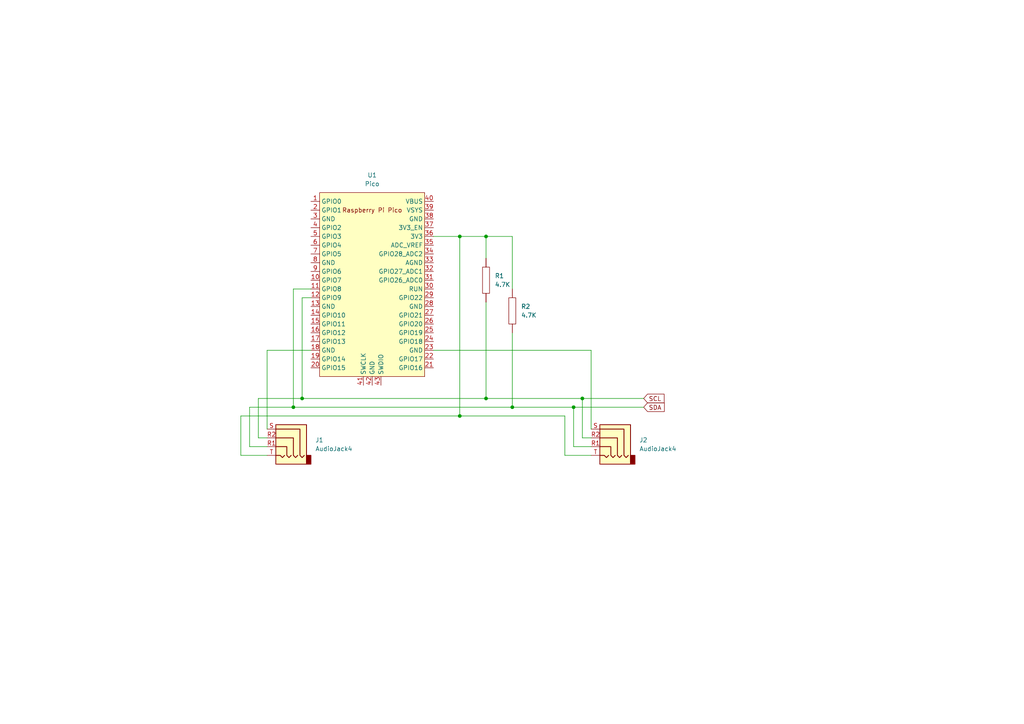
<source format=kicad_sch>
(kicad_sch (version 20211123) (generator eeschema)
  (paper "A4")
  (lib_symbols
    (symbol "Connector:AudioJack4"
      (property "Reference" "J" (at 0 8.89 0))
      (property "Value" "AudioJack4" (at 0 6.35 0))
      (symbol "AudioJack4_0_1"
        (rectangle (start -6.35 -5.08) (end -7.62 -7.62) (stroke (width 0.254)) (fill (type outline)))
        (polyline (pts (xy 0 -5.08) (xy 0.635 -5.715) (xy 1.27 -5.08) (xy 2.54 -5.08)) (stroke (width 0.254)))
        (polyline (pts (xy -5.715 -5.08) (xy -5.08 -5.715) (xy -4.445 -5.08) (xy -4.445 2.54) (xy 2.54 2.54)) (stroke (width 0.254)))
        (polyline (pts (xy -1.905 -5.08) (xy -1.27 -5.715) (xy -0.635 -5.08) (xy -0.635 -2.54) (xy 2.54 -2.54)) (stroke (width 0.254)))
        (polyline (pts (xy 2.54 0) (xy -2.54 0) (xy -2.54 -5.08) (xy -3.175 -5.715) (xy -3.81 -5.08)) (stroke (width 0.254)))
        (rectangle (start 2.54 3.81) (end -6.35 -7.62) (stroke (width 0.254)) (fill (type background)))
      )
      (symbol "AudioJack4_1_1"
        (pin passive line (at 5.08 -2.54 180) (length 2.54) (name "~") (number "R1"))
        (pin passive line (at 5.08 0 180) (length 2.54) (name "~") (number "R2"))
        (pin passive line (at 5.08 2.54 180) (length 2.54) (name "~") (number "S"))
        (pin passive line (at 5.08 -5.08 180) (length 2.54) (name "~") (number "T"))
      )
    )
    (symbol "MCU_RaspberryPi_and_Boards:Pico"
      (property "Reference" "U" (at -13.97 27.94 0))
      (property "Value" "Pico" (at 0 19.05 0))
      (symbol "Pico_0_0"
        (text "Raspberry Pi Pico" (at 0 21.59 0) (effects (font (size 1.27 1.27))))
      )
      (symbol "Pico_0_1"
        (rectangle (start -15.24 26.67) (end 15.24 -26.67) (fill (type background)))
      )
      (symbol "Pico_1_1"
        (pin bidirectional line (at -17.78 24.13 0) (length 2.54) (name "GPIO0") (number "1"))
        (pin bidirectional line (at -17.78 1.27 0) (length 2.54) (name "GPIO7") (number "10"))
        (pin bidirectional line (at -17.78 -1.27 0) (length 2.54) (name "GPIO8") (number "11"))
        (pin bidirectional line (at -17.78 -3.81 0) (length 2.54) (name "GPIO9") (number "12"))
        (pin power_in line (at -17.78 -6.35 0) (length 2.54) (name "GND") (number "13"))
        (pin bidirectional line (at -17.78 -8.89 0) (length 2.54) (name "GPIO10") (number "14"))
        (pin bidirectional line (at -17.78 -11.43 0) (length 2.54) (name "GPIO11") (number "15"))
        (pin bidirectional line (at -17.78 -13.97 0) (length 2.54) (name "GPIO12") (number "16"))
        (pin bidirectional line (at -17.78 -16.51 0) (length 2.54) (name "GPIO13") (number "17"))
        (pin power_in line (at -17.78 -19.05 0) (length 2.54) (name "GND") (number "18"))
        (pin bidirectional line (at -17.78 -21.59 0) (length 2.54) (name "GPIO14") (number "19"))
        (pin bidirectional line (at -17.78 21.59 0) (length 2.54) (name "GPIO1") (number "2"))
        (pin bidirectional line (at -17.78 -24.13 0) (length 2.54) (name "GPIO15") (number "20"))
        (pin bidirectional line (at 17.78 -24.13 180) (length 2.54) (name "GPIO16") (number "21"))
        (pin bidirectional line (at 17.78 -21.59 180) (length 2.54) (name "GPIO17") (number "22"))
        (pin power_in line (at 17.78 -19.05 180) (length 2.54) (name "GND") (number "23"))
        (pin bidirectional line (at 17.78 -16.51 180) (length 2.54) (name "GPIO18") (number "24"))
        (pin bidirectional line (at 17.78 -13.97 180) (length 2.54) (name "GPIO19") (number "25"))
        (pin bidirectional line (at 17.78 -11.43 180) (length 2.54) (name "GPIO20") (number "26"))
        (pin bidirectional line (at 17.78 -8.89 180) (length 2.54) (name "GPIO21") (number "27"))
        (pin power_in line (at 17.78 -6.35 180) (length 2.54) (name "GND") (number "28"))
        (pin bidirectional line (at 17.78 -3.81 180) (length 2.54) (name "GPIO22") (number "29"))
        (pin power_in line (at -17.78 19.05 0) (length 2.54) (name "GND") (number "3"))
        (pin input line (at 17.78 -1.27 180) (length 2.54) (name "RUN") (number "30"))
        (pin bidirectional line (at 17.78 1.27 180) (length 2.54) (name "GPIO26_ADC0") (number "31"))
        (pin bidirectional line (at 17.78 3.81 180) (length 2.54) (name "GPIO27_ADC1") (number "32"))
        (pin power_in line (at 17.78 6.35 180) (length 2.54) (name "AGND") (number "33"))
        (pin bidirectional line (at 17.78 8.89 180) (length 2.54) (name "GPIO28_ADC2") (number "34"))
        (pin power_in line (at 17.78 11.43 180) (length 2.54) (name "ADC_VREF") (number "35"))
        (pin power_in line (at 17.78 13.97 180) (length 2.54) (name "3V3") (number "36"))
        (pin input line (at 17.78 16.51 180) (length 2.54) (name "3V3_EN") (number "37"))
        (pin bidirectional line (at 17.78 19.05 180) (length 2.54) (name "GND") (number "38"))
        (pin power_in line (at 17.78 21.59 180) (length 2.54) (name "VSYS") (number "39"))
        (pin bidirectional line (at -17.78 16.51 0) (length 2.54) (name "GPIO2") (number "4"))
        (pin power_in line (at 17.78 24.13 180) (length 2.54) (name "VBUS") (number "40"))
        (pin input line (at -2.54 -29.21 90) (length 2.54) (name "SWCLK") (number "41"))
        (pin power_in line (at 0 -29.21 90) (length 2.54) (name "GND") (number "42"))
        (pin bidirectional line (at 2.54 -29.21 90) (length 2.54) (name "SWDIO") (number "43"))
        (pin bidirectional line (at -17.78 13.97 0) (length 2.54) (name "GPIO3") (number "5"))
        (pin bidirectional line (at -17.78 11.43 0) (length 2.54) (name "GPIO4") (number "6"))
        (pin bidirectional line (at -17.78 8.89 0) (length 2.54) (name "GPIO5") (number "7"))
        (pin power_in line (at -17.78 6.35 0) (length 2.54) (name "GND") (number "8"))
        (pin bidirectional line (at -17.78 3.81 0) (length 2.54) (name "GPIO6") (number "9"))
      )
    )
    (symbol "pspice:R" (pin_numbers hide) (pin_names (offset 0))
      (property "Reference" "R" (at 2.032 0 90))
      (property "Value" "R" (at 0 0 90))
      (symbol "R_0_1"
        (rectangle (start -1.016 3.81) (end 1.016 -3.81))
      )
      (symbol "R_1_1"
        (pin passive line (at 0 6.35 270) (length 2.54) (name "~") (number "1"))
        (pin passive line (at 0 -6.35 90) (length 2.54) (name "~") (number "2"))
      )
    )
  )
  (junction (at 87.63 115.57))
  (junction (at 168.91 115.57))
  (junction (at 85.09 118.11))
  (junction (at 133.35 68.58))
  (junction (at 166.37 118.11))
  (junction (at 148.59 118.11))
  (junction (at 140.97 115.57))
  (junction (at 133.35 120.65))
  (junction (at 140.97 68.58))
  (wire (pts (xy 133.35 120.65) (xy 163.83 120.65)))
  (wire (pts (xy 133.35 68.58) (xy 140.97 68.58)))
  (wire (pts (xy 171.45 129.54) (xy 166.37 129.54)))
  (wire (pts (xy 90.17 86.36) (xy 87.63 86.36)))
  (wire (pts (xy 85.09 118.11) (xy 148.59 118.11)))
  (wire (pts (xy 166.37 129.54) (xy 166.37 118.11)))
  (wire (pts (xy 168.91 127) (xy 168.91 115.57)))
  (wire (pts (xy 74.93 127) (xy 74.93 115.57)))
  (wire (pts (xy 133.35 68.58) (xy 133.35 120.65)))
  (wire (pts (xy 163.83 132.08) (xy 171.45 132.08)))
  (wire (pts (xy 69.85 120.65) (xy 133.35 120.65)))
  (wire (pts (xy 85.09 118.11) (xy 85.09 83.82)))
  (wire (pts (xy 87.63 86.36) (xy 87.63 115.57)))
  (wire (pts (xy 74.93 115.57) (xy 87.63 115.57)))
  (wire (pts (xy 140.97 115.57) (xy 168.91 115.57)))
  (wire (pts (xy 140.97 87.63) (xy 140.97 115.57)))
  (wire (pts (xy 140.97 68.58) (xy 140.97 74.93)))
  (wire (pts (xy 163.83 120.65) (xy 163.83 132.08)))
  (wire (pts (xy 72.39 129.54) (xy 72.39 118.11)))
  (wire (pts (xy 168.91 115.57) (xy 186.69 115.57)))
  (wire (pts (xy 69.85 132.08) (xy 69.85 120.65)))
  (wire (pts (xy 125.73 68.58) (xy 133.35 68.58)))
  (wire (pts (xy 90.17 101.6) (xy 77.47 101.6)))
  (wire (pts (xy 77.47 129.54) (xy 72.39 129.54)))
  (wire (pts (xy 72.39 118.11) (xy 85.09 118.11)))
  (wire (pts (xy 148.59 118.11) (xy 166.37 118.11)))
  (wire (pts (xy 171.45 127) (xy 168.91 127)))
  (wire (pts (xy 125.73 101.6) (xy 171.45 101.6)))
  (wire (pts (xy 148.59 96.52) (xy 148.59 118.11)))
  (wire (pts (xy 186.69 118.11) (xy 166.37 118.11)))
  (wire (pts (xy 148.59 83.82) (xy 148.59 68.58)))
  (wire (pts (xy 77.47 132.08) (xy 69.85 132.08)))
  (wire (pts (xy 77.47 101.6) (xy 77.47 124.46)))
  (wire (pts (xy 85.09 83.82) (xy 90.17 83.82)))
  (wire (pts (xy 77.47 127) (xy 74.93 127)))
  (wire (pts (xy 140.97 68.58) (xy 148.59 68.58)))
  (wire (pts (xy 171.45 124.46) (xy 171.45 101.6)))
  (wire (pts (xy 87.63 115.57) (xy 140.97 115.57)))
  (global_label "SDA" (shape input) (at 186.69 118.11 0) (property "Intersheet References" "${INTERSHEET_REFS}" (effects hide)))
  (global_label "SCL" (shape input) (at 186.69 115.57 0) (property "Intersheet References" "${INTERSHEET_REFS}" (effects hide)))
  (symbol (lib_id "pspice:R") (at 140.97 81.28 0) (unit 1)
    (property "Reference" "R1" (at 143.51 80.0099 0) (effects (justify left)))
    (property "Value" "4.7K" (at 143.51 82.5499 0) (effects (justify left)))
    (property "Footprint" "Resistor_THT:R_Axial_DIN0207_L6.3mm_D2.5mm_P10.16mm_Horizontal" (effects hide))
  )
  (symbol (lib_id "pspice:R") (at 148.59 90.17 0) (unit 1)
    (property "Reference" "R2" (at 151.13 88.8999 0) (effects (justify left)))
    (property "Value" "4.7K" (at 151.13 91.4399 0) (effects (justify left)))
    (property "Footprint" "Resistor_THT:R_Axial_DIN0207_L6.3mm_D2.5mm_P10.16mm_Horizontal" (effects hide))
  )
  (symbol (lib_id "Connector:AudioJack4") (at 82.55 127 0) (mirror y) (unit 1)
    (property "Reference" "J1" (at 91.44 127.6349 0) (effects (justify right)))
    (property "Value" "AudioJack4" (at 91.44 130.1749 0) (effects (justify right)))
    (property "Footprint" "PJ-320A:TRRS-PJ-320A-no-Fmask" (effects hide))
  )
  (symbol (lib_id "MCU_RaspberryPi_and_Boards:Pico") (at 107.95 82.55 0) (unit 1)
    (property "Reference" "U1" (at 107.95 50.8 0))
    (property "Value" "Pico" (at 107.95 53.34 0))
    (property "Footprint" "MCU_RaspberryPi_and_Boards:RPi_Pico_SMD_TH" (effects hide))
  )
  (symbol (lib_id "Connector:AudioJack4") (at 176.53 127 0) (mirror y) (unit 1)
    (property "Reference" "J2" (at 185.42 127.6349 0) (effects (justify right)))
    (property "Value" "AudioJack4" (at 185.42 130.1749 0) (effects (justify right)))
    (property "Footprint" "PJ-320A:TRRS-PJ-320A-no-Fmask" (effects hide))
  )
)
</source>
